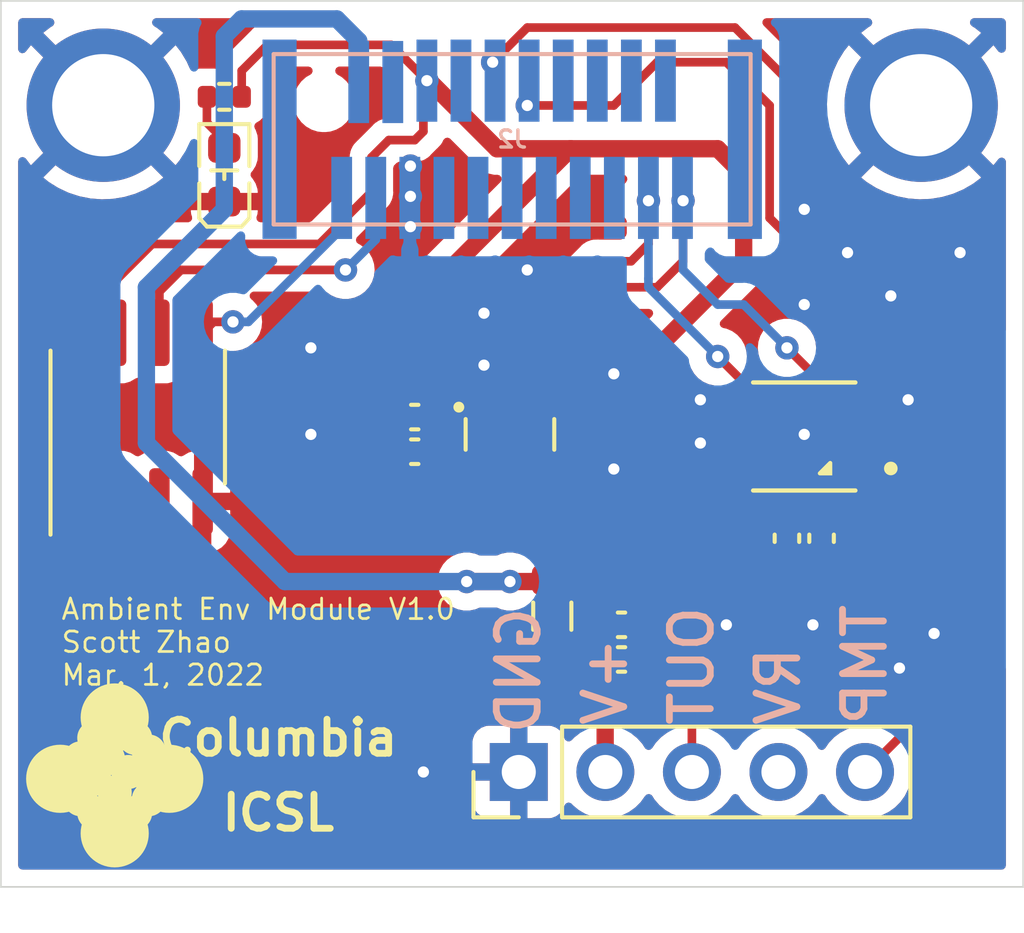
<source format=kicad_pcb>
(kicad_pcb (version 20211014) (generator pcbnew)
  (layers (0 "F.Cu" signal "Front") (1 "In1.Cu" signal) (2 "In2.Cu" signal) (31 "B.Cu" signal "Back") (34 "B.Paste" user) (35 "F.Paste" user) (36 "B.SilkS" user "B.Silkscreen") (37 "F.SilkS" user "F.Silkscreen") (38 "B.Mask" user) (39 "F.Mask" user) (44 "Edge.Cuts" user))
  (net 0 "")
  (net 1 "GND")
  (net 2 "Net-(D1-Pad2)")
  (net 3 "/3V3")
  (net 4 "/SDA_EEPROM")
  (net 5 "/~{RST}")
  (net 6 "/SPI_SCLK")
  (net 7 "/MISO")
  (net 8 "/MOSI")
  (net 9 "/CE")
  (net 10 "/SDA")
  (net 11 "/SCL")
  (net 12 "/SCL_EEPROM")
  (net 13 "/5V")
  (net 14 "Net-(C1-Pad1)")
  (net 15 "/TXD")
  (net 16 "/Status")
  (net 17 "/A0")
  (net 19 "/RXD")
  (net 28 "/A1")
  (footprint "ICSL:M1502-B-2545-AL-TOP" (layer "F.Cu") (at 98.048 66.986)
    (fp_text reference "H1" hide)
    (fp_text value "GND" hide)
    (pad "1" thru_hole circle locked (at -3.048 -2.986) (size 4.5 4.5) (drill 3) (layers *.Cu *.Mask) (net 1 "GND"))
  )
  (footprint "ICSL:M1502-B-2545-AL-TOP" (layer "F.Cu") (at 119 64)
    (fp_text reference "H2" hide)
    (fp_text value "GND" hide)
    (pad "1" thru_hole circle locked (at 0 0) (size 4.5 4.5) (drill 3) (layers *.Cu *.Mask) (net 1 "GND"))
  )
  (footprint "Resistor_SMD:R_0402_1005Metric" (layer "F.Cu") (at 98.552 63.754 180)
    (fp_text reference "R1" hide)
    (fp_text value "R_0402_10K")
    (fp_line (start -0.153641 -0.38) (end 0.153641 -0.38) (layer "F.SilkS") (width 0.12))
    (fp_line (start -0.153641 0.38) (end 0.153641 0.38) (layer "F.SilkS") (width 0.12))
    (pad "1" smd roundrect locked (at -0.51 0 180) (size 0.54 0.64) (layers "F.Cu" "F.Paste" "F.Mask") (net 3 "/3V3"))
    (pad "2" smd roundrect locked (at 0.51 0 180) (size 0.54 0.64) (layers "F.Cu" "F.Paste" "F.Mask") (net 2 "Net-(D1-Pad2)"))
  )
  (footprint "Capacitor_SMD:C_0402_1005Metric" (layer "F.Cu") (at 115.062 76.708 -90)
    (fp_text reference "C2" hide)
    (fp_text value "C_0402_1uF_25V")
    (fp_line (start -0.107836 0.36) (end 0.107836 0.36) (layer "F.SilkS") (width 0.12))
    (fp_line (start -0.107836 -0.36) (end 0.107836 -0.36) (layer "F.SilkS") (width 0.12))
    (pad "1" smd roundrect locked (at -0.48 0 270) (size 0.56 0.62) (layers "F.Cu" "F.Paste" "F.Mask") (net 3 "/3V3"))
    (pad "2" smd roundrect locked (at 0.48 0 270) (size 0.56 0.62) (layers "F.Cu" "F.Paste" "F.Mask") (net 1 "GND"))
  )
  (footprint "jlcsmt:AHT20" (layer "F.Cu") (at 115.57 73.66 90)
    (fp_text reference "U1" hide)
    (fp_text value "TempHum_AHT20" hide)
    (fp_line (start 1.524 -1.5) (end 1.524 1.5) (layer "F.SilkS") (width 0.127))
    (fp_line (start -1.646 1.5) (end -1.646 -1.5) (layer "F.SilkS") (width 0.127))
    (fp_circle (center -1 2.54) (end -0.9 2.54) (layer "F.SilkS") (width 0.2) (fill none))
    (fp_poly (pts (xy -1.143 0.762) (xy -1.143 0.4572) (xy -0.8382 0.762)) (layer "F.SilkS") (width 0.12) (fill solid))
    (pad "1" smd oval (at -1 1.517 90) (size 0.56 1.185) (layers "F.Cu" "F.Paste" "F.Mask"))
    (pad "2" smd oval (at 0 1.517 90) (size 0.56 1.185) (layers "F.Cu" "F.Paste" "F.Mask") (net 3 "/3V3"))
    (pad "3" smd oval (at 1 1.517 90) (size 0.56 1.185) (layers "F.Cu" "F.Paste" "F.Mask") (net 11 "/SCL"))
    (pad "4" smd oval (at 1 -1.517 90) (size 0.56 1.185) (layers "F.Cu" "F.Paste" "F.Mask") (net 10 "/SDA"))
    (pad "5" smd oval (at 0 -1.517 90) (size 0.56 1.185) (layers "F.Cu" "F.Paste" "F.Mask") (net 1 "GND"))
    (pad "6" smd oval (at -1 -1.517 90) (size 0.56 1.185) (layers "F.Cu" "F.Paste" "F.Mask"))
  )
  (footprint "Capacitor_SMD:C_0402_1005Metric" (layer "F.Cu") (at 110.208 80.264)
    (fp_text reference "C3" hide)
    (fp_text value "C_0402_0.1uF_16V")
    (fp_line (start -0.107836 -0.36) (end 0.107836 -0.36) (layer "F.SilkS") (width 0.12))
    (fp_line (start -0.107836 0.36) (end 0.107836 0.36) (layer "F.SilkS") (width 0.12))
    (pad "1" smd roundrect locked (at -0.48 0) (size 0.56 0.62) (layers "F.Cu" "F.Paste" "F.Mask") (net 14 "Net-(C1-Pad1)"))
    (pad "2" smd roundrect locked (at 0.48 0) (size 0.56 0.62) (layers "F.Cu" "F.Paste" "F.Mask") (net 1 "GND"))
  )
  (footprint "Capacitor_SMD:C_0402_1005Metric" (layer "F.Cu") (at 116.078 76.708 -90)
    (fp_text reference "C5" hide)
    (fp_text value "C_0402_0.1uF_16V")
    (fp_line (start -0.107836 0.36) (end 0.107836 0.36) (layer "F.SilkS") (width 0.12))
    (fp_line (start -0.107836 -0.36) (end 0.107836 -0.36) (layer "F.SilkS") (width 0.12))
    (pad "1" smd roundrect locked (at -0.48 0 270) (size 0.56 0.62) (layers "F.Cu" "F.Paste" "F.Mask") (net 3 "/3V3"))
    (pad "2" smd roundrect locked (at 0.48 0 270) (size 0.56 0.62) (layers "F.Cu" "F.Paste" "F.Mask") (net 1 "GND"))
  )
  (footprint "Inductor_SMD:L_0805_2012Metric" (layer "F.Cu") (at 108.176 78.994 -90)
    (fp_text reference "FB1" hide)
    (fp_text value "B_0805_600R")
    (fp_line (start -0.399622 -0.56) (end 0.399622 -0.56) (layer "F.SilkS") (width 0.12))
    (fp_line (start -0.399622 0.56) (end 0.399622 0.56) (layer "F.SilkS") (width 0.12))
    (pad "1" smd roundrect locked (at -1.0625 0 270) (size 0.875 1.2) (layers "F.Cu" "F.Paste" "F.Mask") (net 13 "/5V"))
    (pad "2" smd roundrect locked (at 1.0625 0 270) (size 0.875 1.2) (layers "F.Cu" "F.Paste" "F.Mask") (net 14 "Net-(C1-Pad1)"))
  )
  (footprint "jlcsmt:SOIC-8_3.9x4.9mm_P1.27mm" (layer "F.Cu") (at 96.012 73.152)
    (fp_text reference "U4" hide)
    (fp_text value "EEPROM_M24C02-WMN6TP")
    (fp_line (start -2.56 0) (end -2.56 3.45) (layer "F.SilkS") (width 0.12))
    (fp_line (start 2.56 0) (end 2.56 -1.95) (layer "F.SilkS") (width 0.12))
    (fp_line (start -2.56 0) (end -2.56 -1.95) (layer "F.SilkS") (width 0.12))
    (fp_line (start 2.56 0) (end 2.56 1.95) (layer "F.SilkS") (width 0.12))
    (pad "1" smd roundrect (at -1.905 2.475 90) (size 1.95 0.6) (layers "F.Cu" "F.Paste" "F.Mask"))
    (pad "2" smd roundrect (at -0.635 2.475 90) (size 1.95 0.6) (layers "F.Cu" "F.Paste" "F.Mask"))
    (pad "3" smd roundrect (at 0.635 2.475 90) (size 1.95 0.6) (layers "F.Cu" "F.Paste" "F.Mask"))
    (pad "4" smd roundrect (at 1.905 2.475 90) (size 1.95 0.6) (layers "F.Cu" "F.Paste" "F.Mask") (net 1 "GND"))
    (pad "5" smd roundrect (at 1.905 -2.475 90) (size 1.95 0.6) (layers "F.Cu" "F.Paste" "F.Mask") (net 4 "/SDA_EEPROM"))
    (pad "6" smd roundrect (at 0.635 -2.475 90) (size 1.95 0.6) (layers "F.Cu" "F.Paste" "F.Mask") (net 12 "/SCL_EEPROM"))
    (pad "7" smd roundrect (at -0.635 -2.475 90) (size 1.95 0.6) (layers "F.Cu" "F.Paste" "F.Mask"))
    (pad "8" smd roundrect (at -1.905 -2.475 90) (size 1.95 0.6) (layers "F.Cu" "F.Paste" "F.Mask") (net 3 "/3V3"))
  )
  (footprint "ICSL:icsl_logo" (layer "F.Cu") (at 97.536 83.566)
    (fp_text reference "U3" hide)
    (fp_text value "ICSL_LOGO" hide)
    (fp_text user "ICSL" (at 2.6 1.2) (layer "F.SilkS") (effects (font (thickness 0.2))))
    (fp_text user "Columbia" (at 2.6 -1) (layer "F.SilkS") (effects (font (thickness 0.2))))
    (fp_circle (center -1.6 1.2) (end -1.6 1.2) (layer "F.SilkS") (width 0.5) (fill none))
    (fp_circle (center -2.8 1.2) (end -2.8 1.2) (layer "F.SilkS") (width 0.5) (fill none))
    (fp_circle (center -3.2 0.8) (end -3.2 0.8) (layer "F.SilkS") (width 0.5) (fill none))
    (fp_circle (center -1.2 0.8) (end -1.2 0.8) (layer "F.SilkS") (width 0.5) (fill none))
    (fp_circle (center -2.4 -0.4) (end -2.4 -0.4) (layer "F.SilkS") (width 0.5) (fill none))
    (fp_circle (center -1.6 -1) (end -1.6 -1) (layer "F.SilkS") (width 0.5) (fill none))
    (fp_circle (center -3.2 -0.4) (end -3.2 -0.4) (layer "F.SilkS") (width 0.5) (fill none))
    (fp_circle (center -3.8 0.2) (end -3.8 0.2) (layer "F.SilkS") (width 1) (fill none))
    (fp_circle (center -1.2 -0.6) (end -1.2 -0.6) (layer "F.SilkS") (width 0.5) (fill none))
    (fp_circle (center -0.6 0.2) (end -0.6 0.2) (layer "F.SilkS") (width 1) (fill none))
    (fp_circle (center -2.8 -1) (end -2.8 -1) (layer "F.SilkS") (width 0.5) (fill none))
    (fp_circle (center -2.2 0.6) (end -2.2 0.6) (layer "F.SilkS") (width 0.5) (fill none))
    (fp_circle (center -2.8 0.2) (end -2.8 0.2) (layer "F.SilkS") (width 0.5) (fill none))
    (fp_circle (center -2.2 1.8) (end -2.2 1.8) (layer "F.SilkS") (width 1) (fill none))
    (fp_circle (center -1.8 0) (end -1.8 0) (layer "F.SilkS") (width 0.5) (fill none))
    (fp_circle (center -2.2 -1.6) (end -2.2 -1.6) (layer "F.SilkS") (width 1) (fill none))
  )
  (footprint "Capacitor_SMD:C_0402_1005Metric" (layer "F.Cu") (at 110.208 79.248)
    (fp_text reference "C1" hide)
    (fp_text value "C_0402_1uF_25V")
    (fp_line (start -0.107836 0.36) (end 0.107836 0.36) (layer "F.SilkS") (width 0.12))
    (fp_line (start -0.107836 -0.36) (end 0.107836 -0.36) (layer "F.SilkS") (width 0.12))
    (pad "1" smd roundrect locked (at -0.48 0) (size 0.56 0.62) (layers "F.Cu" "F.Paste" "F.Mask") (net 14 "Net-(C1-Pad1)"))
    (pad "2" smd roundrect locked (at 0.48 0) (size 0.56 0.62) (layers "F.Cu" "F.Paste" "F.Mask") (net 1 "GND"))
  )
  (footprint "Capacitor_SMD:C_0402_1005Metric" (layer "F.Cu") (at 104.14 73.152 180)
    (fp_text reference "C4" hide)
    (fp_text value "C_0402_1uF_25V")
    (fp_line (start -0.107836 -0.36) (end 0.107836 -0.36) (layer "F.SilkS") (width 0.12))
    (fp_line (start -0.107836 0.36) (end 0.107836 0.36) (layer "F.SilkS") (width 0.12))
    (pad "1" smd roundrect locked (at -0.48 0 180) (size 0.56 0.62) (layers "F.Cu" "F.Paste" "F.Mask") (net 3 "/3V3"))
    (pad "2" smd roundrect locked (at 0.48 0 180) (size 0.56 0.62) (layers "F.Cu" "F.Paste" "F.Mask") (net 1 "GND"))
  )
  (footprint "jlcsmt:LED_0603_1608Metric" (layer "F.Cu") (at 98.552 66.04 90)
    (fp_text reference "D1" hide)
    (fp_text value "LED_0603_Red" hide)
    (fp_line (start -1.27 0.735) (end -1.524 0.508) (layer "F.SilkS") (width 0.12))
    (fp_line (start 0.127 0) (end -0.127 0) (layer "F.SilkS") (width 0.12))
    (fp_line (start 0.127 -0.381) (end 0.127 0.381) (layer "F.SilkS") (width 0.12))
    (fp_line (start 0.254 0.735) (end 1.485 0.735) (layer "F.SilkS") (width 0.12))
    (fp_line (start -0.254 -0.735) (end -1.27 -0.735) (layer "F.SilkS") (width 0.12))
    (fp_line (start 1.485 -0.735) (end 0.254 -0.735) (layer "F.SilkS") (width 0.12))
    (fp_line (start -1.524 -0.508) (end -1.27 -0.735) (layer "F.SilkS") (width 0.12))
    (fp_line (start -1.524 0.508) (end -1.524 -0.508) (layer "F.SilkS") (width 0.12))
    (fp_line (start -1.27 0.735) (end -0.254 0.735) (layer "F.SilkS") (width 0.12))
    (fp_line (start 1.485 0.735) (end 1.485 -0.735) (layer "F.SilkS") (width 0.12))
    (pad "1" smd roundrect (at -0.7875 0 270) (size 0.875 0.95) (layers "F.Cu" "F.Paste" "F.Mask") (net 1 "GND"))
    (pad "2" smd roundrect (at 0.7875 0 270) (size 0.875 0.95) (layers "F.Cu" "F.Paste" "F.Mask") (net 2 "Net-(D1-Pad2)"))
  )
  (footprint "Connector_PinHeader_2.54mm:PinHeader_1x05_P2.54mm_Vertical" (layer "F.Cu") (at 107.193 83.566 90)
    (fp_text reference "J1" hide)
    (fp_text value "Wind Sensor")
    (fp_line (start -1.33 1.27) (end -1.33 11.49) (layer "F.SilkS") (width 0.12))
    (fp_line (start -1.33 -1.33) (end 0 -1.33) (layer "F.SilkS") (width 0.12))
    (fp_line (start -1.33 11.49) (end 1.33 11.49) (layer "F.SilkS") (width 0.12))
    (fp_line (start -1.33 0) (end -1.33 -1.33) (layer "F.SilkS") (width 0.12))
    (fp_line (start 1.33 1.27) (end 1.33 11.49) (layer "F.SilkS") (width 0.12))
    (fp_line (start -1.33 1.27) (end 1.33 1.27) (layer "F.SilkS") (width 0.12))
    (pad "1" thru_hole rect locked (at 0 0 90) (size 1.7 1.7) (drill 1) (layers *.Cu *.Mask) (net 1 "GND"))
    (pad "2" thru_hole oval locked (at 0 2.54 90) (size 1.7 1.7) (drill 1) (layers *.Cu *.Mask) (net 14 "Net-(C1-Pad1)"))
    (pad "3" thru_hole oval locked (at 0 5.08 90) (size 1.7 1.7) (drill 1) (layers *.Cu *.Mask) (net 17 "/A0"))
    (pad "4" thru_hole oval locked (at 0 7.62 90) (size 1.7 1.7) (drill 1) (layers *.Cu *.Mask))
    (pad "5" thru_hole oval locked (at 0 10.16 90) (size 1.7 1.7) (drill 1) (layers *.Cu *.Mask) (net 28 "/A1"))
  )
  (footprint "jlcsmt:SPL06-001" (layer "F.Cu") (at 106.934 73.66 180)
    (fp_text reference "U2" hide)
    (fp_text value "Pressure_SPL06-001" hide)
    (fp_line (start -1.3 -0.45) (end -1.3 0.45) (layer "F.SilkS") (width 0.12))
    (fp_line (start 1.3 -0.45) (end 1.3 0.45) (layer "F.SilkS") (width 0.12))
    (fp_circle (center 1.5 0.8) (end 1.6 0.8) (layer "F.SilkS") (width 0.12) (fill solid))
    (pad "1" smd rect (at 0.975 0.725 180) (size 0.45 0.45) (layers "F.Cu" "F.Paste" "F.Mask") (net 1 "GND"))
    (pad "2" smd rect (at 0.325 0.725 180) (size 0.45 0.45) (layers "F.Cu" "F.Paste" "F.Mask"))
    (pad "3" smd rect (at -0.325 0.725 180) (size 0.45 0.45) (layers "F.Cu" "F.Paste" "F.Mask") (net 10 "/SDA"))
    (pad "4" smd rect (at -0.975 0.725 180) (size 0.45 0.45) (layers "F.Cu" "F.Paste" "F.Mask") (net 11 "/SCL"))
    (pad "5" smd rect (at -0.975 -0.725 180) (size 0.45 0.45) (layers "F.Cu" "F.Paste" "F.Mask"))
    (pad "6" smd rect (at -0.325 -0.725 180) (size 0.45 0.45) (layers "F.Cu" "F.Paste" "F.Mask") (net 3 "/3V3"))
    (pad "7" smd rect (at 0.325 -0.725 180) (size 0.45 0.45) (layers "F.Cu" "F.Paste" "F.Mask") (net 1 "GND"))
    (pad "8" smd rect (at 0.975 -0.725 180) (size 0.45 0.45) (layers "F.Cu" "F.Paste" "F.Mask") (net 3 "/3V3"))
  )
  (footprint "Capacitor_SMD:C_0402_1005Metric" (layer "F.Cu") (at 104.14 74.168 180)
    (fp_text reference "C6" hide)
    (fp_text value "C_0402_0.1uF_16V")
    (fp_line (start -0.107836 0.36) (end 0.107836 0.36) (layer "F.SilkS") (width 0.12))
    (fp_line (start -0.107836 -0.36) (end 0.107836 -0.36) (layer "F.SilkS") (width 0.12))
    (pad "1" smd roundrect locked (at -0.48 0 180) (size 0.56 0.62) (layers "F.Cu" "F.Paste" "F.Mask") (net 3 "/3V3"))
    (pad "2" smd roundrect locked (at 0.48 0 180) (size 0.56 0.62) (layers "F.Cu" "F.Paste" "F.Mask") (net 1 "GND"))
  )
  (footprint "ICSL:Amphenol_91911-31321LF_PLUG" (layer "B.Cu") (at 107 65 180)
    (fp_text reference "J2" (at 0 0) (layer "B.SilkS") (effects (font (size 0.5 0.5) (thickness 0.1)) (justify mirror)))
    (fp_text value "Amphenol_91911-31321_plug" hide)
    (fp_line (start 7 -2.5) (end 7 2.5) (layer "B.SilkS") (width 0.12))
    (fp_line (start -6.9965 2.5) (end -6.9965 -2.5) (layer "B.SilkS") (width 0.12))
    (fp_line (start -6.9965 -2.5) (end 7 -2.5) (layer "B.SilkS") (width 0.12))
    (fp_line (start 7 2.5) (end -6.9965 2.5) (layer "B.SilkS") (width 0.12))
    (pad "" np_thru_hole circle locked (at 5.5245 1.1 180) (size 0.76 0.76) (drill 0.76) (layers *.Cu *.Mask))
    (pad "" np_thru_hole circle locked (at -5.5245 1.1 180) (size 0.76 0.76) (drill 0.76) (layers *.Cu *.Mask))
    (pad "" smd rect locked (at 6.8265 0 180) (size 1 5.85) (layers "B.Cu" "B.Paste" "B.Mask"))
    (pad "" smd rect locked (at -6.8265 0 180) (size 1 5.85) (layers "B.Cu" "B.Paste" "B.Mask"))
    (pad "1" smd rect locked (at 5.0035 -1.72 180) (size 0.61 2.41) (layers "B.Cu" "B.Paste" "B.Mask") (net 4 "/SDA_EEPROM"))
    (pad "2" smd rect locked (at 4.0035 -1.72 180) (size 0.61 2.41) (layers "B.Cu" "B.Paste" "B.Mask") (net 12 "/SCL_EEPROM"))
    (pad "3" smd rect locked (at 3.0035 -1.72 180) (size 0.61 2.41) (layers "B.Cu" "B.Paste" "B.Mask") (net 1 "GND"))
    (pad "4" smd rect locked (at 2.0035 -1.72 180) (size 0.61 2.41) (layers "B.Cu" "B.Paste" "B.Mask"))
    (pad "5" smd rect locked (at 1.0035 -1.72 180) (size 0.61 2.41) (layers "B.Cu" "B.Paste" "B.Mask") (net 5 "/~{RST}"))
    (pad "6" smd rect locked (at 0.0035 -1.72 180) (size 0.61 2.41) (layers "B.Cu" "B.Paste" "B.Mask") (net 6 "/SPI_SCLK"))
    (pad "7" smd rect locked (at -0.9965 -1.72 180) (size 0.61 2.41) (layers "B.Cu" "B.Paste" "B.Mask") (net 7 "/MISO"))
    (pad "8" smd rect locked (at -1.9965 -1.72 180) (size 0.61 2.41) (layers "B.Cu" "B.Paste" "B.Mask") (net 8 "/MOSI"))
    (pad "9" smd rect locked (at -2.9965 -1.72 180) (size 0.61 2.41) (layers "B.Cu" "B.Paste" "B.Mask") (net 9 "/CE"))
    (pad "10" smd rect locked (at -3.9965 -1.72 180) (size 0.61 2.41) (layers "B.Cu" "B.Paste" "B.Mask") (net 10 "/SDA"))
    (pad "11" smd rect locked (at -4.9965 -1.72 180) (size 0.61 2.41) (layers "B.Cu" "B.Paste" "B.Mask") (net 11 "/SCL"))
    (pad "12" smd rect locked (at -4.4965 1.72 180) (size 0.61 2.41) (layers "B.Cu" "B.Paste" "B.Mask"))
    (pad "13" smd rect locked (at -3.4965 1.72 180) (size 0.61 2.41) (layers "B.Cu" "B.Paste" "B.Mask") (net 19 "/RXD"))
    (pad "14" smd rect locked (at -2.4965 1.72 180) (size 0.61 2.41) (layers "B.Cu" "B.Paste" "B.Mask") (net 15 "/TXD"))
    (pad "15" smd rect locked (at -1.4965 1.72 180) (size 0.61 2.41) (layers "B.Cu" "B.Paste" "B.Mask") (net 16 "/Status"))
    (pad "16" smd rect locked (at -0.4965 1.72 180) (size 0.61 2.41) (layers "B.Cu" "B.Paste" "B.Mask") (net 17 "/A0"))
    (pad "17" smd rect locked (at 0.5035 1.72 180) (size 0.61 2.41) (layers "B.Cu" "B.Paste" "B.Mask") (net 28 "/A1"))
    (pad "18" smd rect locked (at 1.5035 1.72 180) (size 0.61 2.41) (layers "B.Cu" "B.Paste" "B.Mask"))
    (pad "19" smd rect locked (at 2.5035 1.72 180) (size 0.61 2.41) (layers "B.Cu" "B.Paste" "B.Mask") (net 3 "/3V3"))
    (pad "20" smd rect locked (at 3.5035 1.68 180) (size 0.61 2.41) (layers "B.Cu" "B.Paste" "B.Mask"))
    (pad "21" smd rect locked (at 4.5035 1.68 180) (size 0.61 2.41) (layers "B.Cu" "B.Paste" "B.Mask") (net 13 "/5V"))
  )
  (gr_line (start 121.995 60.938) (end 91.995 60.938) (layer "Edge.Cuts") (width 0.05))
  (gr_line (start 91.995 60.938) (end 91.995 86.938) (layer "Edge.Cuts") (width 0.05))
  (gr_line (start 91.995 86.938) (end 121.995 86.938) (layer "Edge.Cuts") (width 0.05))
  (gr_line (start 121.995 86.938) (end 121.995 60.938) (layer "Edge.Cuts") (width 0.05))
  (gr_text "+V" (at 109.728 82.296 90) (layer "B.SilkS") (effects (font (size 1.2 1.2) (thickness 0.2)) (justify right mirror)))
  (gr_text "GND" (at 107.188 82.55 90) (layer "B.SilkS") (effects (font (size 1.2 1.2) (thickness 0.2)) (justify right mirror)))
  (gr_text "OUT" (at 112.268 82.296 90) (layer "B.SilkS") (effects (font (size 1.2 1.2) (thickness 0.2)) (justify right mirror)))
  (gr_text "TMP" (at 117.348 82.296 90) (layer "B.SilkS") (effects (font (size 1.2 1.2) (thickness 0.2)) (justify right mirror)))
  (gr_text "RV" (at 114.808 82.296 90) (layer "B.SilkS") (effects (font (size 1.2 1.2) (thickness 0.2)) (justify right mirror)))
  (gr_text "Ambient Env Module V1.0\nScott Zhao\nMar. 1, 2022" (at 93.726 79.756) (layer "F.SilkS") (effects (font (size 0.6 0.6) (thickness 0.08)) (justify left)))
  (segment (start 106.609 74.385) (end 106.609 75.255) (width 0.508) (layer "F.Cu") (net 1))
  (segment (start 105.959 72.935) (end 105.959 71.841) (width 0.508) (layer "F.Cu") (net 1))
  (segment (start 105.959 71.841) (end 106.172 71.628) (width 0.508) (layer "F.Cu") (net 1))
  (via (at 106.172 71.628) (size 0.6858) (drill 0.3302) (layers "F.Cu" "B.Cu") (net 1))
  (via (at 115.57 67.056) (size 0.6858) (drill 0.3302) (layers "F.Cu" "B.Cu") (net 1))
  (via (at 109.982 74.676) (size 0.6858) (drill 0.3302) (layers "F.Cu" "B.Cu") (net 1))
  (via (at 120.142 68.326) (size 0.6858) (drill 0.3302) (layers "F.Cu" "B.Cu") (net 1))
  (via (at 112.522 73.914) (size 0.6858) (drill 0.3302) (layers "F.Cu" "B.Cu") (net 1))
  (via (at 104.013 66.675) (size 0.6858) (drill 0.3302) (layers "F.Cu" "B.Cu") (net 1))
  (via (at 101.092 71.12) (size 0.6858) (drill 0.3302) (layers "F.Cu" "B.Cu") (net 1))
  (via (at 112.522 72.644) (size 0.6858) (drill 0.3302) (layers "F.Cu" "B.Cu") (net 1))
  (via (at 118.11 69.596) (size 0.6858) (drill 0.3302) (layers "F.Cu" "B.Cu") (net 1))
  (via (at 118.618 72.644) (size 0.6858) (drill 0.3302) (layers "F.Cu" "B.Cu") (net 1))
  (via (at 101.092 73.66) (size 0.6858) (drill 0.3302) (layers "F.Cu" "B.Cu") (net 1))
  (via (at 109.982 71.882) (size 0.6858) (drill 0.3302) (layers "F.Cu" "B.Cu") (net 1))
  (via (at 104.013 67.564) (size 0.6858) (drill 0.3302) (layers "F.Cu" "B.Cu") (net 1))
  (via (at 115.57 73.66) (size 0.6858) (drill 0.3302) (layers "F.Cu" "B.Cu") (net 1))
  (via (at 116.84 68.326) (size 0.6858) (drill 0.3302) (layers "F.Cu" "B.Cu") (net 1))
  (via (at 115.824 79.248) (size 0.6858) (drill 0.3302) (layers "F.Cu" "B.Cu") (net 1))
  (via (at 119.38 79.502) (size 0.6858) (drill 0.3302) (layers "F.Cu" "B.Cu") (net 1))
  (via (at 113.284 79.248) (size 0.6858) (drill 0.3302) (layers "F.Cu" "B.Cu") (net 1))
  (via (at 107.442 68.834) (size 0.6858) (drill 0.3302) (layers "F.Cu" "B.Cu") (net 1))
  (via (at 115.57 69.85) (size 0.6858) (drill 0.3302) (layers "F.Cu" "B.Cu") (net 1))
  (via (at 106.172 70.104) (size 0.6858) (drill 0.3302) (layers "F.Cu" "B.Cu") (net 1))
  (via (at 104.394 83.566) (size 0.6858) (drill 0.3302) (layers "F.Cu" "B.Cu") (net 1))
  (via (at 104.013 65.786) (size 0.6858) (drill 0.3302) (layers "F.Cu" "B.Cu") (net 1))
  (via (at 118.364 80.518) (size 0.6858) (drill 0.3302) (layers "F.Cu" "B.Cu") (net 1))
  (segment (start 98.042 64.514) (end 98.042 63.754) (width 0.254) (layer "F.Cu") (net 2))
  (segment (start 98.552 65.024) (end 98.042 64.514) (width 0.254) (layer "F.Cu") (net 2))
  (segment (start 98.552 65.2525) (end 98.552 65.024) (width 0.254) (layer "F.Cu") (net 2))
  (segment (start 102.87 65.532) (end 103.378 65.024) (width 0.254) (layer "F.Cu") (net 3))
  (segment (start 117.574 76.228) (end 118.364 75.438) (width 0.508) (layer "F.Cu") (net 3))
  (segment (start 113.03 65.278) (end 108.712 65.278) (width 0.508) (layer "F.Cu") (net 3))
  (segment (start 104.62 69.37) (end 104.62 73.152) (width 0.508) (layer "F.Cu") (net 3))
  (segment (start 111.252 74.168) (end 111.252 71.12) (width 0.508) (layer "F.Cu") (net 3))
  (segment (start 118.364 75.438) (end 118.364 74.168) (width 0.508) (layer "F.Cu") (net 3))
  (segment (start 99.062 62.99) (end 99.062 63.754) (width 0.254) (layer "F.Cu") (net 3))
  (segment (start 105.959 73.873) (end 106.172 73.66) (width 0.254) (layer "F.Cu") (net 3))
  (segment (start 113.792 68.58) (end 113.792 66.04) (width 0.508) (layer "F.Cu") (net 3))
  (segment (start 94.107 70.677) (end 94.107 70.401337) (width 0.254) (layer "F.Cu") (net 3))
  (segment (start 104.555 63.28) (end 106.553 65.278) (width 0.508) (layer "F.Cu") (net 3))
  (segment (start 111.252 71.12) (end 113.792 68.58) (width 0.508) (layer "F.Cu") (net 3))
  (segment (start 94.107 70.401337) (end 96.436337 68.072) (width 0.254) (layer "F.Cu") (net 3))
  (segment (start 103.4465 62.23) (end 99.822 62.23) (width 0.254) (layer "F.Cu") (net 3))
  (segment (start 105.119 74.385) (end 105.959 74.385) (width 0.508) (layer "F.Cu") (net 3))
  (segment (start 116.078 76.228) (end 115.062 76.228) (width 0.508) (layer "F.Cu") (net 3))
  (segment (start 107.259 73.985) (end 107.259 74.385) (width 0.254) (layer "F.Cu") (net 3))
  (segment (start 104.394 64.77) (end 104.394 63.3825) (width 0.254) (layer "F.Cu") (net 3))
  (segment (start 113.312 76.228) (end 111.252 74.168) (width 0.508) (layer "F.Cu") (net 3))
  (segment (start 106.172 73.66) (end 106.934 73.66) (width 0.254) (layer "F.Cu") (net 3))
  (segment (start 104.62 73.886) (end 105.119 74.385) (width 0.508) (layer "F.Cu") (net 3))
  (segment (start 99.822 62.23) (end 99.062 62.99) (width 0.254) (layer "F.Cu") (net 3))
  (segment (start 106.553 65.278) (end 108.712 65.278) (width 0.508) (layer "F.Cu") (net 3))
  (segment (start 105.959 74.385) (end 105.959 73.873) (width 0.254) (layer "F.Cu") (net 3))
  (segment (start 104.14 65.024) (end 104.394 64.77) (width 0.254) (layer "F.Cu") (net 3))
  (segment (start 104.62 73.152) (end 104.62 73.886) (width 0.508) (layer "F.Cu") (net 3))
  (segment (start 103.378 65.024) (end 104.14 65.024) (width 0.254) (layer "F.Cu") (net 3))
  (segment (start 104.4965 63.28) (end 103.4465 62.23) (width 0.254) (layer "F.Cu") (net 3))
  (segment (start 118.364 74.168) (end 117.856 73.66) (width 0.508) (layer "F.Cu") (net 3))
  (segment (start 115.062 76.228) (end 113.312 76.228) (width 0.508) (layer "F.Cu") (net 3))
  (segment (start 113.792 66.04) (end 113.03 65.278) (width 0.508) (layer "F.Cu") (net 3))
  (segment (start 117.856 73.66) (end 117.087 73.66) (width 0.508) (layer "F.Cu") (net 3))
  (segment (start 106.934 73.66) (end 107.259 73.985) (width 0.254) (layer "F.Cu") (net 3))
  (segment (start 96.436337 68.072) (end 101.346 68.072) (width 0.254) (layer "F.Cu") (net 3))
  (segment (start 104.394 63.3825) (end 104.4965 63.28) (width 0.254) (layer "F.Cu") (net 3))
  (segment (start 102.87 66.548) (end 102.87 65.532) (width 0.254) (layer "F.Cu") (net 3))
  (segment (start 108.712 65.278) (end 104.62 69.37) (width 0.508) (layer "F.Cu") (net 3))
  (segment (start 104.4965 63.28) (end 104.555 63.28) (width 0.508) (layer "F.Cu") (net 3))
  (segment (start 104.62 73.886) (end 104.62 74.168) (width 0.508) (layer "F.Cu") (net 3))
  (segment (start 116.078 76.228) (end 117.574 76.228) (width 0.508) (layer "F.Cu") (net 3))
  (segment (start 101.346 68.072) (end 102.87 66.548) (width 0.254) (layer "F.Cu") (net 3))
  (via (at 104.4965 63.28) (size 0.6858) (drill 0.3302) (layers "F.Cu" "B.Cu") (net 3))
  (segment (start 98.806 70.358) (end 98.236 70.358) (width 0.254) (layer "F.Cu") (net 4))
  (segment (start 98.236 70.358) (end 97.917 70.677) (width 0.254) (layer "F.Cu") (net 4))
  (via (at 98.806 70.358) (size 0.6858) (drill 0.3302) (layers "F.Cu" "B.Cu") (net 4))
  (segment (start 101.9965 66.72) (end 101.9965 67.62) (width 0.254) (layer "B.Cu") (net 4))
  (segment (start 101.9965 67.62) (end 99.2585 70.358) (width 0.254) (layer "B.Cu") (net 4))
  (segment (start 99.2585 70.358) (end 98.806 70.358) (width 0.254) (layer "B.Cu") (net 4))
  (segment (start 109.474 68.58) (end 110.49 68.58) (width 0.254) (layer "F.Cu") (net 10))
  (segment (start 108.712 69.342) (end 109.474 68.58) (width 0.254) (layer "F.Cu") (net 10))
  (segment (start 114.053 72.397) (end 114.053 72.66) (width 0.254) (layer "F.Cu") (net 10))
  (segment (start 107.259 70.795) (end 108.712 69.342) (width 0.254) (layer "F.Cu") (net 10))
  (segment (start 113.03 71.374) (end 114.053 72.397) (width 0.254) (layer "F.Cu") (net 10))
  (segment (start 107.259 72.935) (end 107.259 70.795) (width 0.254) (layer "F.Cu") (net 10))
  (segment (start 110.998 68.072) (end 110.998 66.802) (width 0.254) (layer "F.Cu") (net 10))
  (segment (start 110.49 68.58) (end 110.998 68.072) (width 0.254) (layer "F.Cu") (net 10))
  (via (at 110.998 66.802) (size 0.6858) (drill 0.3302) (layers "F.Cu" "B.Cu") (net 10))
  (via (at 113.03 71.374) (size 0.6858) (drill 0.3302) (layers "F.Cu" "B.Cu") (net 10))
  (segment (start 113.03 71.374) (end 110.998 69.342) (width 0.254) (layer "B.Cu") (net 10))
  (segment (start 110.998 69.342) (end 110.998 69.088) (width 0.254) (layer "B.Cu") (net 10))
  (segment (start 110.998 69.088) (end 110.998 66.802) (width 0.254) (layer "B.Cu") (net 10))
  (segment (start 107.909 72.935) (end 107.909 71.415) (width 0.254) (layer "F.Cu") (net 11))
  (segment (start 116.602 72.66) (end 115.062 71.12) (width 0.254) (layer "F.Cu") (net 11))
  (segment (start 108.204 71.12) (end 109.982 69.342) (width 0.254) (layer "F.Cu") (net 11))
  (segment (start 110.744 69.342) (end 111.252 69.342) (width 0.254) (layer "F.Cu") (net 11))
  (segment (start 112.014 68.58) (end 112.014 66.802) (width 0.254) (layer "F.Cu") (net 11))
  (segment (start 117.087 72.66) (end 116.602 72.66) (width 0.254) (layer "F.Cu") (net 11))
  (segment (start 107.909 71.415) (end 108.204 71.12) (width 0.254) (layer "F.Cu") (net 11))
  (segment (start 111.252 69.342) (end 112.014 68.58) (width 0.254) (layer "F.Cu") (net 11))
  (segment (start 109.982 69.342) (end 110.744 69.342) (width 0.254) (layer "F.Cu") (net 11))
  (via (at 112.014 66.802) (size 0.6858) (drill 0.3302) (layers "F.Cu" "B.Cu") (net 11))
  (via (at 115.062 71.12) (size 0.6858) (drill 0.3302) (layers "F.Cu" "B.Cu") (net 11))
  (segment (start 113.03 69.85) (end 112.014 68.834) (width 0.254) (layer "B.Cu") (net 11))
  (segment (start 115.062 71.12) (end 113.792 69.85) (width 0.254) (layer "B.Cu") (net 11))
  (segment (start 113.792 69.85) (end 113.03 69.85) (width 0.254) (layer "B.Cu") (net 11))
  (segment (start 112.014 68.834) (end 112.014 66.802) (width 0.254) (layer "B.Cu") (net 11))
  (segment (start 97.282 68.834) (end 96.647 69.469) (width 0.254) (layer "F.Cu") (net 12))
  (segment (start 102.108 68.834) (end 97.282 68.834) (width 0.254) (layer "F.Cu") (net 12))
  (segment (start 96.647 69.469) (end 96.647 70.677) (width 0.254) (layer "F.Cu") (net 12))
  (via (at 102.108 68.834) (size 0.6858) (drill 0.3302) (layers "F.Cu" "B.Cu") (net 12))
  (segment (start 102.9965 67.9455) (end 102.108 68.834) (width 0.254) (layer "B.Cu") (net 12))
  (segment (start 102.9965 66.72) (end 102.9965 67.9455) (width 0.254) (layer "B.Cu") (net 12))
  (segment (start 108.1295 77.978) (end 108.176 77.9315) (width 0.508) (layer "F.Cu") (net 13))
  (segment (start 106.934 77.978) (end 108.1295 77.978) (width 0.508) (layer "F.Cu") (net 13))
  (segment (start 105.664 77.978) (end 106.934 77.978) (width 0.508) (layer "F.Cu") (net 13))
  (via (at 106.934 77.978) (size 0.6858) (drill 0.3302) (layers "F.Cu" "B.Cu") (net 13))
  (via (at 105.664 77.978) (size 0.6858) (drill 0.3302) (layers "F.Cu" "B.Cu") (net 13))
  (segment (start 99.06 61.468) (end 98.552 61.976) (width 0.508) (layer "B.Cu") (net 13))
  (segment (start 100.33 77.978) (end 106.934 77.978) (width 0.508) (layer "B.Cu") (net 13))
  (segment (start 101.854 61.468) (end 99.06 61.468) (width 0.508) (layer "B.Cu") (net 13))
  (segment (start 102.4965 62.1105) (end 101.854 61.468) (width 0.508) (layer "B.Cu") (net 13))
  (segment (start 96.266 69.342) (end 96.266 73.914) (width 0.508) (layer "B.Cu") (net 13))
  (segment (start 98.552 61.976) (end 98.552 67.056) (width 0.508) (layer "B.Cu") (net 13))
  (segment (start 102.4965 63.32) (end 102.4965 62.1105) (width 0.508) (layer "B.Cu") (net 13))
  (segment (start 96.266 73.914) (end 100.33 77.978) (width 0.508) (layer "B.Cu") (net 13))
  (segment (start 98.552 67.056) (end 96.266 69.342) (width 0.508) (layer "B.Cu") (net 13))
  (segment (start 109.728 80.264) (end 109.728 83.561) (width 0.508) (layer "F.Cu") (net 14))
  (segment (start 109.22 79.248) (end 109.728 79.248) (width 0.508) (layer "F.Cu") (net 14))
  (segment (start 108.176 80.0565) (end 108.4115 80.0565) (width 0.508) (layer "F.Cu") (net 14))
  (segment (start 109.728 79.248) (end 109.728 80.264) (width 0.508) (layer "F.Cu") (net 14))
  (segment (start 108.4115 80.0565) (end 109.22 79.248) (width 0.508) (layer "F.Cu") (net 14))
  (segment (start 109.728 83.561) (end 109.733 83.566) (width 0.508) (layer "F.Cu") (net 14))
  (segment (start 111.252 62.738) (end 113.284 62.738) (width 0.254) (layer "F.Cu") (net 17))
  (segment (start 119.38 72.136) (end 119.38 77.978) (width 0.254) (layer "F.Cu") (net 17))
  (segment (start 112.273 82.047) (end 112.273 83.566) (width 0.254) (layer "F.Cu") (net 17))
  (segment (start 115.824 81.534) (end 112.776 81.534) (width 0.254) (layer "F.Cu") (net 17))
  (segment (start 109.982 64.008) (end 111.252 62.738) (width 0.254) (layer "F.Cu") (net 17))
  (segment (start 114.554 64.008) (end 114.554 67.31) (width 0.254) (layer "F.Cu") (net 17))
  (segment (start 112.776 81.534) (end 112.268 82.042) (width 0.254) (layer "F.Cu") (net 17))
  (segment (start 119.38 77.978) (end 115.824 81.534) (width 0.254) (layer "F.Cu") (net 17))
  (segment (start 112.268 82.042) (end 112.273 82.047) (width 0.254) (layer "F.Cu") (net 17))
  (segment (start 114.554 67.31) (end 119.38 72.136) (width 0.254) (layer "F.Cu") (net 17))
  (segment (start 107.442 64.008) (end 109.982 64.008) (width 0.254) (layer "F.Cu") (net 17))
  (segment (start 113.284 62.738) (end 114.554 64.008) (width 0.254) (layer "F.Cu") (net 17))
  (via (at 107.442 64.008) (size 0.6858) (drill 0.3302) (layers "F.Cu" "B.Cu") (net 17))
  (segment (start 107.4965 63.9535) (end 107.442 64.008) (width 0.254) (layer "B.Cu") (net 17))
  (segment (start 107.4965 63.28) (end 107.4965 63.9535) (width 0.254) (layer "B.Cu") (net 17))
  (segment (start 120.65 70.866) (end 120.65 80.269) (width 0.254) (layer "F.Cu") (net 28))
  (segment (start 106.426 62.738) (end 107.442 61.722) (width 0.254) (layer "F.Cu") (net 28))
  (segment (start 113.538 61.722) (end 115.824 64.008) (width 0.254) (layer "F.Cu") (net 28))
  (segment (start 120.65 80.269) (end 117.353 83.566) (width 0.254) (layer "F.Cu") (net 28))
  (segment (start 107.442 61.722) (end 113.538 61.722) (width 0.254) (layer "F.Cu") (net 28))
  (segment (start 115.824 66.04) (end 120.65 70.866) (width 0.254) (layer "F.Cu") (net 28))
  (segment (start 115.824 64.008) (end 115.824 66.04) (width 0.254) (layer "F.Cu") (net 28))
  (via (at 106.426 62.738) (size 0.6858) (drill 0.3302) (layers "F.Cu" "B.Cu") (net 28))
  (segment (start 106.4965 62.8085) (end 106.426 62.738) (width 0.254) (layer "B.Cu") (net 28))
  (segment (start 106.4965 63.28) (end 106.4965 62.8085) (width 0.254) (layer "B.Cu") (net 28))
  (zone (net 1) (net_name "GND") (layer "F.Cu") (priority 1) (connect_pads (clearance 0.508)) (min_thickness 0.254) (fill yes (thermal_gap 0.508) (thermal_bridge_width 0.508))
    (polygon (pts (xy 121.495 86.438) (xy 92.495 86.438) (xy 92.495 61.438) (xy 121.495 61.438)))
  )
  (zone (net 1) (net_name "GND") (layer "B.Cu") (priority 1) (connect_pads (clearance 0.508)) (min_thickness 0.254) (fill yes (thermal_gap 0.508) (thermal_bridge_width 0.508))
    (polygon (pts (xy 121.495 86.438) (xy 92.495 86.438) (xy 92.495 61.438) (xy 121.495 61.438)))
  )
)
</source>
